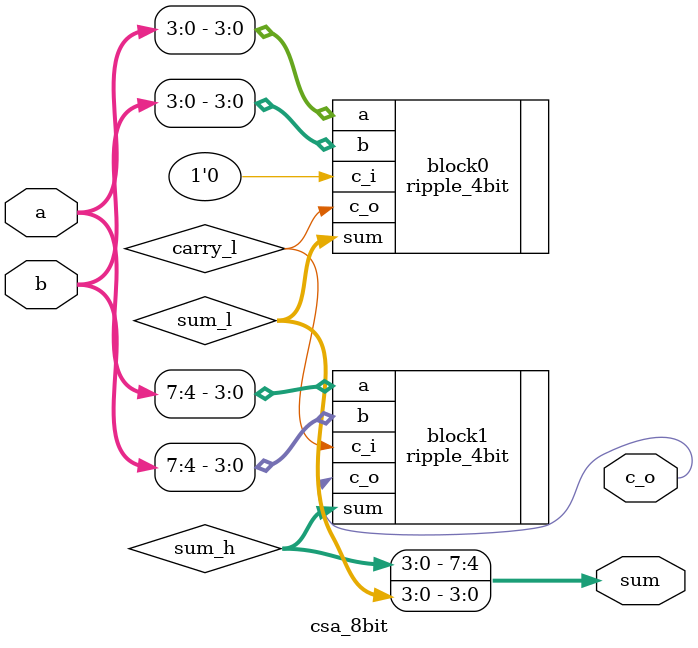
<source format=v>
module csa_8bit (
    input [7:0] a,b,
    output [7:0] sum,
    output       c_o
);

wire [3:0] sum_l, sum_h;
wire       carry_l, carry_h;

//low block 
ripple_4bit block0 (
    .a(a[3:0]),
    .b(b[3:0]),
    .c_i(1'b0),
    .sum(sum_l),
    .c_o(carry_l)
);

//high block
ripple_4bit block1 (
    .a(a[7:4]),
    .b(b[7:4]),
    .c_i(carry_l),
    .sum(sum_h),
    .c_o(c_o)
);

assign sum = {sum_h, sum_l};

endmodule

</source>
